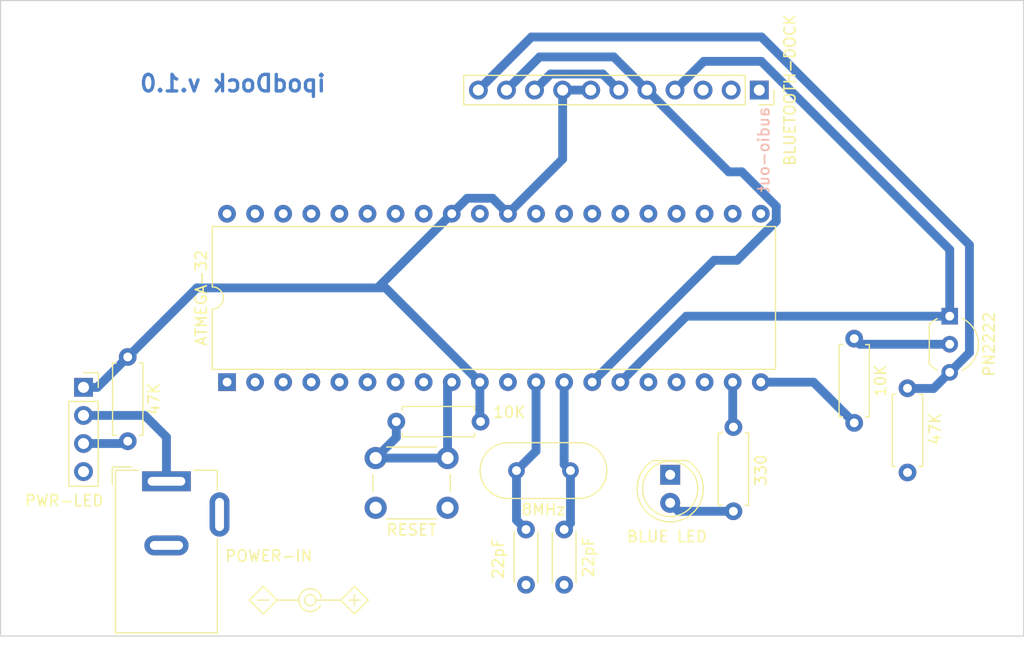
<source format=kicad_pcb>
(kicad_pcb (version 20171130) (host pcbnew 5.1.6)

  (general
    (thickness 1.6)
    (drawings 22)
    (tracks 68)
    (zones 0)
    (modules 19)
    (nets 47)
  )

  (page A4)
  (layers
    (0 F.Cu signal)
    (31 B.Cu signal)
    (32 B.Adhes user)
    (33 F.Adhes user)
    (34 B.Paste user)
    (35 F.Paste user)
    (36 B.SilkS user)
    (37 F.SilkS user)
    (38 B.Mask user)
    (39 F.Mask user)
    (40 Dwgs.User user)
    (41 Cmts.User user)
    (42 Eco1.User user)
    (43 Eco2.User user)
    (44 Edge.Cuts user)
    (45 Margin user)
    (46 B.CrtYd user)
    (47 F.CrtYd user)
    (48 B.Fab user)
    (49 F.Fab user)
  )

  (setup
    (last_trace_width 0.8)
    (user_trace_width 0.8)
    (trace_clearance 0.2)
    (zone_clearance 0.508)
    (zone_45_only no)
    (trace_min 0.2)
    (via_size 0.8)
    (via_drill 0.4)
    (via_min_size 0.4)
    (via_min_drill 0.3)
    (uvia_size 0.3)
    (uvia_drill 0.1)
    (uvias_allowed no)
    (uvia_min_size 0.2)
    (uvia_min_drill 0.1)
    (edge_width 0.05)
    (segment_width 0.2)
    (pcb_text_width 0.3)
    (pcb_text_size 1.5 1.5)
    (mod_edge_width 0.12)
    (mod_text_size 1 1)
    (mod_text_width 0.15)
    (pad_size 1.524 1.524)
    (pad_drill 0.762)
    (pad_to_mask_clearance 0.05)
    (aux_axis_origin 0 0)
    (visible_elements FFFFFF7F)
    (pcbplotparams
      (layerselection 0x010fc_ffffffff)
      (usegerberextensions false)
      (usegerberattributes true)
      (usegerberadvancedattributes true)
      (creategerberjobfile true)
      (excludeedgelayer true)
      (linewidth 0.100000)
      (plotframeref false)
      (viasonmask false)
      (mode 1)
      (useauxorigin false)
      (hpglpennumber 1)
      (hpglpenspeed 20)
      (hpglpendiameter 15.000000)
      (psnegative false)
      (psa4output false)
      (plotreference true)
      (plotvalue true)
      (plotinvisibletext false)
      (padsonsilk false)
      (subtractmaskfromsilk false)
      (outputformat 1)
      (mirror false)
      (drillshape 1)
      (scaleselection 1)
      (outputdirectory ""))
  )

  (net 0 "")
  (net 1 GND)
  (net 2 "Net-(C1-Pad1)")
  (net 3 "Net-(C2-Pad1)")
  (net 4 "Net-(D1-Pad2)")
  (net 5 +5V)
  (net 6 "Net-(R2-Pad2)")
  (net 7 "Net-(U1-Pad40)")
  (net 8 "Net-(U1-Pad39)")
  (net 9 "Net-(U1-Pad38)")
  (net 10 "Net-(U1-Pad18)")
  (net 11 "Net-(U1-Pad37)")
  (net 12 "Net-(U1-Pad17)")
  (net 13 "Net-(U1-Pad36)")
  (net 14 "Net-(U1-Pad16)")
  (net 15 "Net-(U1-Pad35)")
  (net 16 "Net-(U1-Pad34)")
  (net 17 "Net-(U1-Pad33)")
  (net 18 "Net-(U1-Pad29)")
  (net 19 "Net-(U1-Pad28)")
  (net 20 "Net-(U1-Pad8)")
  (net 21 "Net-(U1-Pad27)")
  (net 22 "Net-(U1-Pad7)")
  (net 23 "Net-(U1-Pad26)")
  (net 24 "Net-(U1-Pad6)")
  (net 25 "Net-(U1-Pad25)")
  (net 26 "Net-(U1-Pad5)")
  (net 27 "Net-(U1-Pad24)")
  (net 28 "Net-(U1-Pad4)")
  (net 29 "Net-(U1-Pad23)")
  (net 30 "Net-(U1-Pad3)")
  (net 31 "Net-(U1-Pad22)")
  (net 32 "Net-(U1-Pad2)")
  (net 33 "Net-(U1-Pad21)")
  (net 34 "Net-(U1-Pad1)")
  (net 35 "Net-(Q1-Pad2)")
  (net 36 "Net-(R3-Pad2)")
  (net 37 "Net-(J2-Pad4)")
  (net 38 "Net-(J2-Pad3)")
  (net 39 "Net-(J1-Pad3)")
  (net 40 "Net-(R1-Pad2)")
  (net 41 "Net-(J2-Pad11)")
  (net 42 "Net-(J2-Pad10)")
  (net 43 "Net-(J2-Pad2)")
  (net 44 "Net-(J2-Pad1)")
  (net 45 "Net-(J1-Pad1)")
  (net 46 "Net-(J3-Pad3)")

  (net_class Default "This is the default net class."
    (clearance 0.2)
    (trace_width 0.25)
    (via_dia 0.8)
    (via_drill 0.4)
    (uvia_dia 0.3)
    (uvia_drill 0.1)
    (add_net +5V)
    (add_net GND)
    (add_net "Net-(C1-Pad1)")
    (add_net "Net-(C2-Pad1)")
    (add_net "Net-(D1-Pad2)")
    (add_net "Net-(J1-Pad1)")
    (add_net "Net-(J1-Pad3)")
    (add_net "Net-(J2-Pad1)")
    (add_net "Net-(J2-Pad10)")
    (add_net "Net-(J2-Pad11)")
    (add_net "Net-(J2-Pad2)")
    (add_net "Net-(J2-Pad3)")
    (add_net "Net-(J2-Pad4)")
    (add_net "Net-(J3-Pad3)")
    (add_net "Net-(Q1-Pad2)")
    (add_net "Net-(R1-Pad2)")
    (add_net "Net-(R2-Pad2)")
    (add_net "Net-(R3-Pad2)")
    (add_net "Net-(U1-Pad1)")
    (add_net "Net-(U1-Pad16)")
    (add_net "Net-(U1-Pad17)")
    (add_net "Net-(U1-Pad18)")
    (add_net "Net-(U1-Pad2)")
    (add_net "Net-(U1-Pad21)")
    (add_net "Net-(U1-Pad22)")
    (add_net "Net-(U1-Pad23)")
    (add_net "Net-(U1-Pad24)")
    (add_net "Net-(U1-Pad25)")
    (add_net "Net-(U1-Pad26)")
    (add_net "Net-(U1-Pad27)")
    (add_net "Net-(U1-Pad28)")
    (add_net "Net-(U1-Pad29)")
    (add_net "Net-(U1-Pad3)")
    (add_net "Net-(U1-Pad33)")
    (add_net "Net-(U1-Pad34)")
    (add_net "Net-(U1-Pad35)")
    (add_net "Net-(U1-Pad36)")
    (add_net "Net-(U1-Pad37)")
    (add_net "Net-(U1-Pad38)")
    (add_net "Net-(U1-Pad39)")
    (add_net "Net-(U1-Pad4)")
    (add_net "Net-(U1-Pad40)")
    (add_net "Net-(U1-Pad5)")
    (add_net "Net-(U1-Pad6)")
    (add_net "Net-(U1-Pad7)")
    (add_net "Net-(U1-Pad8)")
  )

  (module Resistor_THT:R_Axial_DIN0207_L6.3mm_D2.5mm_P7.62mm_Horizontal (layer F.Cu) (tedit 5AE5139B) (tstamp 5F795AEC)
    (at 116.5 94.75 270)
    (descr "Resistor, Axial_DIN0207 series, Axial, Horizontal, pin pitch=7.62mm, 0.25W = 1/4W, length*diameter=6.3*2.5mm^2, http://cdn-reichelt.de/documents/datenblatt/B400/1_4W%23YAG.pdf")
    (tags "Resistor Axial_DIN0207 series Axial Horizontal pin pitch 7.62mm 0.25W = 1/4W length 6.3mm diameter 2.5mm")
    (path /5F7B018C)
    (fp_text reference 47K (at 3.81 -2.37 90) (layer F.SilkS)
      (effects (font (size 1 1) (thickness 0.15)))
    )
    (fp_text value 47k (at 3.81 2.37 90) (layer F.Fab)
      (effects (font (size 1 1) (thickness 0.15)))
    )
    (fp_text user %R (at 3.81 0 90) (layer F.Fab)
      (effects (font (size 1 1) (thickness 0.15)))
    )
    (fp_line (start 0.66 -1.25) (end 0.66 1.25) (layer F.Fab) (width 0.1))
    (fp_line (start 0.66 1.25) (end 6.96 1.25) (layer F.Fab) (width 0.1))
    (fp_line (start 6.96 1.25) (end 6.96 -1.25) (layer F.Fab) (width 0.1))
    (fp_line (start 6.96 -1.25) (end 0.66 -1.25) (layer F.Fab) (width 0.1))
    (fp_line (start 0 0) (end 0.66 0) (layer F.Fab) (width 0.1))
    (fp_line (start 7.62 0) (end 6.96 0) (layer F.Fab) (width 0.1))
    (fp_line (start 0.54 -1.04) (end 0.54 -1.37) (layer F.SilkS) (width 0.12))
    (fp_line (start 0.54 -1.37) (end 7.08 -1.37) (layer F.SilkS) (width 0.12))
    (fp_line (start 7.08 -1.37) (end 7.08 -1.04) (layer F.SilkS) (width 0.12))
    (fp_line (start 0.54 1.04) (end 0.54 1.37) (layer F.SilkS) (width 0.12))
    (fp_line (start 0.54 1.37) (end 7.08 1.37) (layer F.SilkS) (width 0.12))
    (fp_line (start 7.08 1.37) (end 7.08 1.04) (layer F.SilkS) (width 0.12))
    (fp_line (start -1.05 -1.5) (end -1.05 1.5) (layer F.CrtYd) (width 0.05))
    (fp_line (start -1.05 1.5) (end 8.67 1.5) (layer F.CrtYd) (width 0.05))
    (fp_line (start 8.67 1.5) (end 8.67 -1.5) (layer F.CrtYd) (width 0.05))
    (fp_line (start 8.67 -1.5) (end -1.05 -1.5) (layer F.CrtYd) (width 0.05))
    (pad 2 thru_hole oval (at 7.62 0 270) (size 1.6 1.6) (drill 0.8) (layers *.Cu *.Mask)
      (net 46 "Net-(J3-Pad3)"))
    (pad 1 thru_hole circle (at 0 0 270) (size 1.6 1.6) (drill 0.8) (layers *.Cu *.Mask)
      (net 5 +5V))
    (model ${KISYS3DMOD}/Resistor_THT.3dshapes/R_Axial_DIN0207_L6.3mm_D2.5mm_P7.62mm_Horizontal.wrl
      (at (xyz 0 0 0))
      (scale (xyz 1 1 1))
      (rotate (xyz 0 0 0))
    )
  )

  (module Connector_PinSocket_2.54mm:PinSocket_1x04_P2.54mm_Vertical (layer F.Cu) (tedit 5A19A429) (tstamp 5F7959FF)
    (at 112.5 97.5)
    (descr "Through hole straight socket strip, 1x04, 2.54mm pitch, single row (from Kicad 4.0.7), script generated")
    (tags "Through hole socket strip THT 1x04 2.54mm single row")
    (path /5F7A8A08)
    (fp_text reference PWR-LED (at -1.75 10.25) (layer F.SilkS)
      (effects (font (size 1 1) (thickness 0.15)))
    )
    (fp_text value POWERLED (at -2.25 -3) (layer F.Fab)
      (effects (font (size 1 1) (thickness 0.15)))
    )
    (fp_text user %R (at 0 3.81 90) (layer F.Fab)
      (effects (font (size 1 1) (thickness 0.15)))
    )
    (fp_line (start -1.27 -1.27) (end 0.635 -1.27) (layer F.Fab) (width 0.1))
    (fp_line (start 0.635 -1.27) (end 1.27 -0.635) (layer F.Fab) (width 0.1))
    (fp_line (start 1.27 -0.635) (end 1.27 8.89) (layer F.Fab) (width 0.1))
    (fp_line (start 1.27 8.89) (end -1.27 8.89) (layer F.Fab) (width 0.1))
    (fp_line (start -1.27 8.89) (end -1.27 -1.27) (layer F.Fab) (width 0.1))
    (fp_line (start -1.33 1.27) (end 1.33 1.27) (layer F.SilkS) (width 0.12))
    (fp_line (start -1.33 1.27) (end -1.33 8.95) (layer F.SilkS) (width 0.12))
    (fp_line (start -1.33 8.95) (end 1.33 8.95) (layer F.SilkS) (width 0.12))
    (fp_line (start 1.33 1.27) (end 1.33 8.95) (layer F.SilkS) (width 0.12))
    (fp_line (start 1.33 -1.33) (end 1.33 0) (layer F.SilkS) (width 0.12))
    (fp_line (start 0 -1.33) (end 1.33 -1.33) (layer F.SilkS) (width 0.12))
    (fp_line (start -1.8 -1.8) (end 1.75 -1.8) (layer F.CrtYd) (width 0.05))
    (fp_line (start 1.75 -1.8) (end 1.75 9.4) (layer F.CrtYd) (width 0.05))
    (fp_line (start 1.75 9.4) (end -1.8 9.4) (layer F.CrtYd) (width 0.05))
    (fp_line (start -1.8 9.4) (end -1.8 -1.8) (layer F.CrtYd) (width 0.05))
    (pad 4 thru_hole oval (at 0 7.62) (size 1.7 1.7) (drill 1) (layers *.Cu *.Mask)
      (net 1 GND))
    (pad 3 thru_hole oval (at 0 5.08) (size 1.7 1.7) (drill 1) (layers *.Cu *.Mask)
      (net 46 "Net-(J3-Pad3)"))
    (pad 2 thru_hole oval (at 0 2.54) (size 1.7 1.7) (drill 1) (layers *.Cu *.Mask)
      (net 45 "Net-(J1-Pad1)"))
    (pad 1 thru_hole rect (at 0 0) (size 1.7 1.7) (drill 1) (layers *.Cu *.Mask)
      (net 5 +5V))
    (model ${KISYS3DMOD}/Connector_PinSocket_2.54mm.3dshapes/PinSocket_1x04_P2.54mm_Vertical.wrl
      (at (xyz 0 0 0))
      (scale (xyz 1 1 1))
      (rotate (xyz 0 0 0))
    )
  )

  (module MountingHole:MountingHole_3.2mm_M3_DIN965 (layer F.Cu) (tedit 56D1B4CB) (tstamp 5F743ED2)
    (at 110 115)
    (descr "Mounting Hole 3.2mm, no annular, M3, DIN965")
    (tags "mounting hole 3.2mm no annular m3 din965")
    (attr virtual)
    (fp_text reference REF** (at 0 -3.8) (layer F.SilkS) hide
      (effects (font (size 1 1) (thickness 0.15)))
    )
    (fp_text value MountingHole_3.2mm_M3_DIN965 (at 0 3.8) (layer F.Fab) hide
      (effects (font (size 1 1) (thickness 0.15)))
    )
    (fp_circle (center 0 0) (end 2.8 0) (layer Cmts.User) (width 0.15))
    (fp_circle (center 0 0) (end 3.05 0) (layer F.CrtYd) (width 0.05))
    (fp_text user %R (at 0.3 0) (layer F.Fab)
      (effects (font (size 1 1) (thickness 0.15)))
    )
    (pad 1 np_thru_hole circle (at 0 0) (size 3.2 3.2) (drill 3.2) (layers *.Cu *.Mask))
  )

  (module Connector_PinSocket_2.54mm:PinSocket_1x11_P2.54mm_Vertical (layer F.Cu) (tedit 5A19A42E) (tstamp 5F7438FC)
    (at 173.6 70.6 270)
    (descr "Through hole straight socket strip, 1x11, 2.54mm pitch, single row (from Kicad 4.0.7), script generated")
    (tags "Through hole socket strip THT 1x11 2.54mm single row")
    (path /5F7724C3)
    (fp_text reference BLUETOOTH-DOCK (at 0 -2.77 90) (layer F.SilkS)
      (effects (font (size 1 1) (thickness 0.15)))
    )
    (fp_text value bluetooth-dock (at 0 28.17 90) (layer F.Fab)
      (effects (font (size 1 1) (thickness 0.15)))
    )
    (fp_line (start -1.8 27.15) (end -1.8 -1.8) (layer F.CrtYd) (width 0.05))
    (fp_line (start 1.75 27.15) (end -1.8 27.15) (layer F.CrtYd) (width 0.05))
    (fp_line (start 1.75 -1.8) (end 1.75 27.15) (layer F.CrtYd) (width 0.05))
    (fp_line (start -1.8 -1.8) (end 1.75 -1.8) (layer F.CrtYd) (width 0.05))
    (fp_line (start 0 -1.33) (end 1.33 -1.33) (layer F.SilkS) (width 0.12))
    (fp_line (start 1.33 -1.33) (end 1.33 0) (layer F.SilkS) (width 0.12))
    (fp_line (start 1.33 1.27) (end 1.33 26.73) (layer F.SilkS) (width 0.12))
    (fp_line (start -1.33 26.73) (end 1.33 26.73) (layer F.SilkS) (width 0.12))
    (fp_line (start -1.33 1.27) (end -1.33 26.73) (layer F.SilkS) (width 0.12))
    (fp_line (start -1.33 1.27) (end 1.33 1.27) (layer F.SilkS) (width 0.12))
    (fp_line (start -1.27 26.67) (end -1.27 -1.27) (layer F.Fab) (width 0.1))
    (fp_line (start 1.27 26.67) (end -1.27 26.67) (layer F.Fab) (width 0.1))
    (fp_line (start 1.27 -0.635) (end 1.27 26.67) (layer F.Fab) (width 0.1))
    (fp_line (start 0.635 -1.27) (end 1.27 -0.635) (layer F.Fab) (width 0.1))
    (fp_line (start -1.27 -1.27) (end 0.635 -1.27) (layer F.Fab) (width 0.1))
    (fp_text user %R (at 0 12.7) (layer F.Fab)
      (effects (font (size 1 1) (thickness 0.15)))
    )
    (pad 11 thru_hole oval (at 0 25.4 270) (size 1.7 1.7) (drill 1) (layers *.Cu *.Mask)
      (net 41 "Net-(J2-Pad11)"))
    (pad 10 thru_hole oval (at 0 22.86 270) (size 1.7 1.7) (drill 1) (layers *.Cu *.Mask)
      (net 42 "Net-(J2-Pad10)"))
    (pad 9 thru_hole oval (at 0 20.32 270) (size 1.7 1.7) (drill 1) (layers *.Cu *.Mask)
      (net 1 GND))
    (pad 8 thru_hole oval (at 0 17.78 270) (size 1.7 1.7) (drill 1) (layers *.Cu *.Mask)
      (net 5 +5V))
    (pad 7 thru_hole oval (at 0 15.24 270) (size 1.7 1.7) (drill 1) (layers *.Cu *.Mask)
      (net 5 +5V))
    (pad 6 thru_hole oval (at 0 12.7 270) (size 1.7 1.7) (drill 1) (layers *.Cu *.Mask)
      (net 1 GND))
    (pad 5 thru_hole oval (at 0 10.16 270) (size 1.7 1.7) (drill 1) (layers *.Cu *.Mask)
      (net 42 "Net-(J2-Pad10)"))
    (pad 4 thru_hole oval (at 0 7.62 270) (size 1.7 1.7) (drill 1) (layers *.Cu *.Mask)
      (net 37 "Net-(J2-Pad4)"))
    (pad 3 thru_hole oval (at 0 5.08 270) (size 1.7 1.7) (drill 1) (layers *.Cu *.Mask)
      (net 38 "Net-(J2-Pad3)"))
    (pad 2 thru_hole oval (at 0 2.54 270) (size 1.7 1.7) (drill 1) (layers *.Cu *.Mask)
      (net 43 "Net-(J2-Pad2)"))
    (pad 1 thru_hole rect (at 0 0 270) (size 1.7 1.7) (drill 1) (layers *.Cu *.Mask)
      (net 44 "Net-(J2-Pad1)"))
    (model ${KISYS3DMOD}/Connector_PinSocket_2.54mm.3dshapes/PinSocket_1x11_P2.54mm_Vertical.wrl
      (at (xyz 0 0 0))
      (scale (xyz 1 1 1))
      (rotate (xyz 0 0 0))
    )
  )

  (module MountingHole:MountingHole_3.2mm_M3_DIN965 (layer F.Cu) (tedit 56D1B4CB) (tstamp 5F7195CA)
    (at 192.5 115)
    (descr "Mounting Hole 3.2mm, no annular, M3, DIN965")
    (tags "mounting hole 3.2mm no annular m3 din965")
    (attr virtual)
    (fp_text reference REF** (at 0 -3.8) (layer F.SilkS) hide
      (effects (font (size 1 1) (thickness 0.15)))
    )
    (fp_text value MountingHole_3.2mm_M3_DIN965 (at 0 3.8) (layer F.Fab) hide
      (effects (font (size 1 1) (thickness 0.15)))
    )
    (fp_circle (center 0 0) (end 2.8 0) (layer Cmts.User) (width 0.15))
    (fp_circle (center 0 0) (end 3.05 0) (layer F.CrtYd) (width 0.05))
    (fp_text user %R (at 0.3 0) (layer F.Fab)
      (effects (font (size 1 1) (thickness 0.15)))
    )
    (pad 1 np_thru_hole circle (at 0 0) (size 3.2 3.2) (drill 3.2) (layers *.Cu *.Mask))
  )

  (module MountingHole:MountingHole_3.2mm_M3_DIN965 (layer F.Cu) (tedit 56D1B4CB) (tstamp 5F7195CA)
    (at 192.5 67.5)
    (descr "Mounting Hole 3.2mm, no annular, M3, DIN965")
    (tags "mounting hole 3.2mm no annular m3 din965")
    (attr virtual)
    (fp_text reference REF** (at 0 -3.8) (layer F.SilkS) hide
      (effects (font (size 1 1) (thickness 0.15)))
    )
    (fp_text value MountingHole_3.2mm_M3_DIN965 (at 0 3.8) (layer F.Fab) hide
      (effects (font (size 1 1) (thickness 0.15)))
    )
    (fp_circle (center 0 0) (end 2.8 0) (layer Cmts.User) (width 0.15))
    (fp_circle (center 0 0) (end 3.05 0) (layer F.CrtYd) (width 0.05))
    (fp_text user %R (at 0.1905 -2.286) (layer F.Fab)
      (effects (font (size 1 1) (thickness 0.15)))
    )
    (pad 1 np_thru_hole circle (at 0 0) (size 3.2 3.2) (drill 3.2) (layers *.Cu *.Mask))
  )

  (module MountingHole:MountingHole_3.2mm_M3_DIN965 (layer F.Cu) (tedit 56D1B4CB) (tstamp 5F743DFD)
    (at 110 67.5)
    (descr "Mounting Hole 3.2mm, no annular, M3, DIN965")
    (tags "mounting hole 3.2mm no annular m3 din965")
    (attr virtual)
    (fp_text reference REF** (at 0 -3.8) (layer F.SilkS) hide
      (effects (font (size 1 1) (thickness 0.15)))
    )
    (fp_text value MountingHole_3.2mm_M3_DIN965 (at 0 3.8) (layer F.Fab) hide
      (effects (font (size 1 1) (thickness 0.15)))
    )
    (fp_circle (center 0 0) (end 2.8 0) (layer Cmts.User) (width 0.15))
    (fp_circle (center 0 0) (end 3.05 0) (layer F.CrtYd) (width 0.05))
    (fp_text user %R (at 0.3 0) (layer F.Fab)
      (effects (font (size 1 1) (thickness 0.15)))
    )
    (pad 1 np_thru_hole circle (at 0 0) (size 3.2 3.2) (drill 3.2) (layers *.Cu *.Mask))
  )

  (module Connector_BarrelJack:BarrelJack_Wuerth_6941xx301002 (layer F.Cu) (tedit 5B191DE1) (tstamp 5F743F21)
    (at 120 106)
    (descr "Wuerth electronics barrel jack connector (5.5mm outher diameter, inner diameter 2.05mm or 2.55mm depending on exact order number), See: http://katalog.we-online.de/em/datasheet/6941xx301002.pdf")
    (tags "connector barrel jack")
    (path /5F71BADE)
    (fp_text reference POWER-IN (at 9.25 6.75) (layer F.SilkS)
      (effects (font (size 1 1) (thickness 0.15)))
    )
    (fp_text value Barrel_Jack_Switch (at 0 15.5) (layer F.Fab)
      (effects (font (size 1 1) (thickness 0.15)))
    )
    (fp_line (start 5 14.1) (end 5 5.5) (layer F.CrtYd) (width 0.05))
    (fp_line (start 4.6 5.2) (end 4.6 13.7) (layer F.SilkS) (width 0.12))
    (fp_line (start -4.5 0.1) (end -3.5 -0.9) (layer F.Fab) (width 0.1))
    (fp_line (start 4.5 -0.9) (end -3.5 -0.9) (layer F.Fab) (width 0.1))
    (fp_line (start 4.5 -0.9) (end 4.5 13.6) (layer F.Fab) (width 0.1))
    (fp_line (start 4.5 13.6) (end -4.5 13.6) (layer F.Fab) (width 0.1))
    (fp_line (start -4.5 13.6) (end -4.5 0.1) (layer F.Fab) (width 0.1))
    (fp_line (start 4.6 13.7) (end -4.6 13.7) (layer F.SilkS) (width 0.12))
    (fp_line (start -4.6 13.7) (end -4.6 -1) (layer F.SilkS) (width 0.12))
    (fp_line (start 2.5 -1) (end 4.6 -1) (layer F.SilkS) (width 0.12))
    (fp_line (start 4.6 -1) (end 4.6 0.8) (layer F.SilkS) (width 0.12))
    (fp_line (start -3.2 -1.3) (end -4.9 -1.3) (layer F.SilkS) (width 0.12))
    (fp_line (start -4.9 -1.3) (end -4.9 0.3) (layer F.SilkS) (width 0.12))
    (fp_line (start 5 -1.4) (end -5 -1.4) (layer F.CrtYd) (width 0.05))
    (fp_line (start -5 -1.4) (end -5 14.1) (layer F.CrtYd) (width 0.05))
    (fp_line (start -5 14.1) (end 5 14.1) (layer F.CrtYd) (width 0.05))
    (fp_line (start 5 0.5) (end 5 -1.4) (layer F.CrtYd) (width 0.05))
    (fp_line (start 6.2 0.5) (end 6.2 5.5) (layer F.CrtYd) (width 0.05))
    (fp_line (start 6.2 5.5) (end 5 5.5) (layer F.CrtYd) (width 0.05))
    (fp_line (start 6.2 0.5) (end 5 0.5) (layer F.CrtYd) (width 0.05))
    (fp_line (start -4.6 -1) (end -2.5 -1) (layer F.SilkS) (width 0.12))
    (fp_text user %R (at 0 7.5) (layer F.Fab)
      (effects (font (size 1 1) (thickness 0.15)))
    )
    (pad 1 thru_hole rect (at 0 0) (size 4.4 1.8) (drill oval 3.4 0.8) (layers *.Cu *.Mask)
      (net 45 "Net-(J1-Pad1)"))
    (pad 2 thru_hole oval (at 0 5.8) (size 4 1.8) (drill oval 3 0.8) (layers *.Cu *.Mask)
      (net 1 GND))
    (pad 3 thru_hole oval (at 4.8 3 90) (size 4 1.8) (drill oval 3 0.8) (layers *.Cu *.Mask)
      (net 39 "Net-(J1-Pad3)"))
    (model ${KISYS3DMOD}/Connector_BarrelJack.3dshapes/BarrelJack_Wuerth_6941xx301002.wrl
      (at (xyz 0 0 0))
      (scale (xyz 1 1 1))
      (rotate (xyz 0 0 0))
    )
  )

  (module Crystal:Crystal_HC49-4H_Vertical (layer F.Cu) (tedit 5A1AD3B7) (tstamp 5F7969B9)
    (at 156.5275 105.029 180)
    (descr "Crystal THT HC-49-4H http://5hertz.com/pdfs/04404_D.pdf")
    (tags "THT crystalHC-49-4H")
    (path /5F68DC39)
    (fp_text reference 8MHz (at 2.44 -3.525) (layer F.SilkS)
      (effects (font (size 1 1) (thickness 0.15)))
    )
    (fp_text value 8mhz (at 2.44 3.525) (layer F.Fab)
      (effects (font (size 1 1) (thickness 0.15)))
    )
    (fp_line (start 8.5 -2.8) (end -3.6 -2.8) (layer F.CrtYd) (width 0.05))
    (fp_line (start 8.5 2.8) (end 8.5 -2.8) (layer F.CrtYd) (width 0.05))
    (fp_line (start -3.6 2.8) (end 8.5 2.8) (layer F.CrtYd) (width 0.05))
    (fp_line (start -3.6 -2.8) (end -3.6 2.8) (layer F.CrtYd) (width 0.05))
    (fp_line (start -0.76 2.525) (end 5.64 2.525) (layer F.SilkS) (width 0.12))
    (fp_line (start -0.76 -2.525) (end 5.64 -2.525) (layer F.SilkS) (width 0.12))
    (fp_line (start -0.56 2) (end 5.44 2) (layer F.Fab) (width 0.1))
    (fp_line (start -0.56 -2) (end 5.44 -2) (layer F.Fab) (width 0.1))
    (fp_line (start -0.76 2.325) (end 5.64 2.325) (layer F.Fab) (width 0.1))
    (fp_line (start -0.76 -2.325) (end 5.64 -2.325) (layer F.Fab) (width 0.1))
    (fp_arc (start 5.64 0) (end 5.64 -2.525) (angle 180) (layer F.SilkS) (width 0.12))
    (fp_arc (start -0.76 0) (end -0.76 -2.525) (angle -180) (layer F.SilkS) (width 0.12))
    (fp_arc (start 5.44 0) (end 5.44 -2) (angle 180) (layer F.Fab) (width 0.1))
    (fp_arc (start -0.56 0) (end -0.56 -2) (angle -180) (layer F.Fab) (width 0.1))
    (fp_arc (start 5.64 0) (end 5.64 -2.325) (angle 180) (layer F.Fab) (width 0.1))
    (fp_arc (start -0.76 0) (end -0.76 -2.325) (angle -180) (layer F.Fab) (width 0.1))
    (fp_text user %R (at 2.44 0) (layer F.Fab)
      (effects (font (size 1 1) (thickness 0.15)))
    )
    (pad 2 thru_hole circle (at 4.88 0 180) (size 1.5 1.5) (drill 0.8) (layers *.Cu *.Mask)
      (net 3 "Net-(C2-Pad1)"))
    (pad 1 thru_hole circle (at 0 0 180) (size 1.5 1.5) (drill 0.8) (layers *.Cu *.Mask)
      (net 2 "Net-(C1-Pad1)"))
    (model ${KISYS3DMOD}/Crystal.3dshapes/Crystal_HC49-4H_Vertical.wrl
      (at (xyz 0 0 0))
      (scale (xyz 1 1 1))
      (rotate (xyz 0 0 0))
    )
  )

  (module Package_DIP:DIP-40_W15.24mm (layer F.Cu) (tedit 5A02E8C5) (tstamp 5F796C2E)
    (at 125.476 97.028 90)
    (descr "40-lead though-hole mounted DIP package, row spacing 15.24 mm (600 mils)")
    (tags "THT DIP DIL PDIP 2.54mm 15.24mm 600mil")
    (path /5F689DE7)
    (fp_text reference ATMEGA-32 (at 7.62 -2.33 90) (layer F.SilkS)
      (effects (font (size 1 1) (thickness 0.15)))
    )
    (fp_text value ATmega32A-PU (at 7.62 50.59 90) (layer F.Fab)
      (effects (font (size 1 1) (thickness 0.15)))
    )
    (fp_line (start 16.3 -1.55) (end -1.05 -1.55) (layer F.CrtYd) (width 0.05))
    (fp_line (start 16.3 49.8) (end 16.3 -1.55) (layer F.CrtYd) (width 0.05))
    (fp_line (start -1.05 49.8) (end 16.3 49.8) (layer F.CrtYd) (width 0.05))
    (fp_line (start -1.05 -1.55) (end -1.05 49.8) (layer F.CrtYd) (width 0.05))
    (fp_line (start 14.08 -1.33) (end 8.62 -1.33) (layer F.SilkS) (width 0.12))
    (fp_line (start 14.08 49.59) (end 14.08 -1.33) (layer F.SilkS) (width 0.12))
    (fp_line (start 1.16 49.59) (end 14.08 49.59) (layer F.SilkS) (width 0.12))
    (fp_line (start 1.16 -1.33) (end 1.16 49.59) (layer F.SilkS) (width 0.12))
    (fp_line (start 6.62 -1.33) (end 1.16 -1.33) (layer F.SilkS) (width 0.12))
    (fp_line (start 0.255 -0.27) (end 1.255 -1.27) (layer F.Fab) (width 0.1))
    (fp_line (start 0.255 49.53) (end 0.255 -0.27) (layer F.Fab) (width 0.1))
    (fp_line (start 14.985 49.53) (end 0.255 49.53) (layer F.Fab) (width 0.1))
    (fp_line (start 14.985 -1.27) (end 14.985 49.53) (layer F.Fab) (width 0.1))
    (fp_line (start 1.255 -1.27) (end 14.985 -1.27) (layer F.Fab) (width 0.1))
    (fp_text user %R (at 7.62 24.13 90) (layer F.Fab)
      (effects (font (size 1 1) (thickness 0.15)))
    )
    (fp_arc (start 7.62 -1.33) (end 6.62 -1.33) (angle -180) (layer F.SilkS) (width 0.12))
    (pad 40 thru_hole oval (at 15.24 0 90) (size 1.6 1.6) (drill 0.8) (layers *.Cu *.Mask)
      (net 7 "Net-(U1-Pad40)"))
    (pad 20 thru_hole oval (at 0 48.26 90) (size 1.6 1.6) (drill 0.8) (layers *.Cu *.Mask)
      (net 36 "Net-(R3-Pad2)"))
    (pad 39 thru_hole oval (at 15.24 2.54 90) (size 1.6 1.6) (drill 0.8) (layers *.Cu *.Mask)
      (net 8 "Net-(U1-Pad39)"))
    (pad 19 thru_hole oval (at 0 45.72 90) (size 1.6 1.6) (drill 0.8) (layers *.Cu *.Mask)
      (net 6 "Net-(R2-Pad2)"))
    (pad 38 thru_hole oval (at 15.24 5.08 90) (size 1.6 1.6) (drill 0.8) (layers *.Cu *.Mask)
      (net 9 "Net-(U1-Pad38)"))
    (pad 18 thru_hole oval (at 0 43.18 90) (size 1.6 1.6) (drill 0.8) (layers *.Cu *.Mask)
      (net 10 "Net-(U1-Pad18)"))
    (pad 37 thru_hole oval (at 15.24 7.62 90) (size 1.6 1.6) (drill 0.8) (layers *.Cu *.Mask)
      (net 11 "Net-(U1-Pad37)"))
    (pad 17 thru_hole oval (at 0 40.64 90) (size 1.6 1.6) (drill 0.8) (layers *.Cu *.Mask)
      (net 12 "Net-(U1-Pad17)"))
    (pad 36 thru_hole oval (at 15.24 10.16 90) (size 1.6 1.6) (drill 0.8) (layers *.Cu *.Mask)
      (net 13 "Net-(U1-Pad36)"))
    (pad 16 thru_hole oval (at 0 38.1 90) (size 1.6 1.6) (drill 0.8) (layers *.Cu *.Mask)
      (net 14 "Net-(U1-Pad16)"))
    (pad 35 thru_hole oval (at 15.24 12.7 90) (size 1.6 1.6) (drill 0.8) (layers *.Cu *.Mask)
      (net 15 "Net-(U1-Pad35)"))
    (pad 15 thru_hole oval (at 0 35.56 90) (size 1.6 1.6) (drill 0.8) (layers *.Cu *.Mask)
      (net 37 "Net-(J2-Pad4)"))
    (pad 34 thru_hole oval (at 15.24 15.24 90) (size 1.6 1.6) (drill 0.8) (layers *.Cu *.Mask)
      (net 16 "Net-(U1-Pad34)"))
    (pad 14 thru_hole oval (at 0 33.02 90) (size 1.6 1.6) (drill 0.8) (layers *.Cu *.Mask)
      (net 42 "Net-(J2-Pad10)"))
    (pad 33 thru_hole oval (at 15.24 17.78 90) (size 1.6 1.6) (drill 0.8) (layers *.Cu *.Mask)
      (net 17 "Net-(U1-Pad33)"))
    (pad 13 thru_hole oval (at 0 30.48 90) (size 1.6 1.6) (drill 0.8) (layers *.Cu *.Mask)
      (net 2 "Net-(C1-Pad1)"))
    (pad 32 thru_hole oval (at 15.24 20.32 90) (size 1.6 1.6) (drill 0.8) (layers *.Cu *.Mask)
      (net 5 +5V))
    (pad 12 thru_hole oval (at 0 27.94 90) (size 1.6 1.6) (drill 0.8) (layers *.Cu *.Mask)
      (net 3 "Net-(C2-Pad1)"))
    (pad 31 thru_hole oval (at 15.24 22.86 90) (size 1.6 1.6) (drill 0.8) (layers *.Cu *.Mask)
      (net 1 GND))
    (pad 11 thru_hole oval (at 0 25.4 90) (size 1.6 1.6) (drill 0.8) (layers *.Cu *.Mask)
      (net 1 GND))
    (pad 30 thru_hole oval (at 15.24 25.4 90) (size 1.6 1.6) (drill 0.8) (layers *.Cu *.Mask)
      (net 5 +5V))
    (pad 10 thru_hole oval (at 0 22.86 90) (size 1.6 1.6) (drill 0.8) (layers *.Cu *.Mask)
      (net 5 +5V))
    (pad 29 thru_hole oval (at 15.24 27.94 90) (size 1.6 1.6) (drill 0.8) (layers *.Cu *.Mask)
      (net 18 "Net-(U1-Pad29)"))
    (pad 9 thru_hole oval (at 0 20.32 90) (size 1.6 1.6) (drill 0.8) (layers *.Cu *.Mask)
      (net 40 "Net-(R1-Pad2)"))
    (pad 28 thru_hole oval (at 15.24 30.48 90) (size 1.6 1.6) (drill 0.8) (layers *.Cu *.Mask)
      (net 19 "Net-(U1-Pad28)"))
    (pad 8 thru_hole oval (at 0 17.78 90) (size 1.6 1.6) (drill 0.8) (layers *.Cu *.Mask)
      (net 20 "Net-(U1-Pad8)"))
    (pad 27 thru_hole oval (at 15.24 33.02 90) (size 1.6 1.6) (drill 0.8) (layers *.Cu *.Mask)
      (net 21 "Net-(U1-Pad27)"))
    (pad 7 thru_hole oval (at 0 15.24 90) (size 1.6 1.6) (drill 0.8) (layers *.Cu *.Mask)
      (net 22 "Net-(U1-Pad7)"))
    (pad 26 thru_hole oval (at 15.24 35.56 90) (size 1.6 1.6) (drill 0.8) (layers *.Cu *.Mask)
      (net 23 "Net-(U1-Pad26)"))
    (pad 6 thru_hole oval (at 0 12.7 90) (size 1.6 1.6) (drill 0.8) (layers *.Cu *.Mask)
      (net 24 "Net-(U1-Pad6)"))
    (pad 25 thru_hole oval (at 15.24 38.1 90) (size 1.6 1.6) (drill 0.8) (layers *.Cu *.Mask)
      (net 25 "Net-(U1-Pad25)"))
    (pad 5 thru_hole oval (at 0 10.16 90) (size 1.6 1.6) (drill 0.8) (layers *.Cu *.Mask)
      (net 26 "Net-(U1-Pad5)"))
    (pad 24 thru_hole oval (at 15.24 40.64 90) (size 1.6 1.6) (drill 0.8) (layers *.Cu *.Mask)
      (net 27 "Net-(U1-Pad24)"))
    (pad 4 thru_hole oval (at 0 7.62 90) (size 1.6 1.6) (drill 0.8) (layers *.Cu *.Mask)
      (net 28 "Net-(U1-Pad4)"))
    (pad 23 thru_hole oval (at 15.24 43.18 90) (size 1.6 1.6) (drill 0.8) (layers *.Cu *.Mask)
      (net 29 "Net-(U1-Pad23)"))
    (pad 3 thru_hole oval (at 0 5.08 90) (size 1.6 1.6) (drill 0.8) (layers *.Cu *.Mask)
      (net 30 "Net-(U1-Pad3)"))
    (pad 22 thru_hole oval (at 15.24 45.72 90) (size 1.6 1.6) (drill 0.8) (layers *.Cu *.Mask)
      (net 31 "Net-(U1-Pad22)"))
    (pad 2 thru_hole oval (at 0 2.54 90) (size 1.6 1.6) (drill 0.8) (layers *.Cu *.Mask)
      (net 32 "Net-(U1-Pad2)"))
    (pad 21 thru_hole oval (at 15.24 48.26 90) (size 1.6 1.6) (drill 0.8) (layers *.Cu *.Mask)
      (net 33 "Net-(U1-Pad21)"))
    (pad 1 thru_hole rect (at 0 0 90) (size 1.6 1.6) (drill 0.8) (layers *.Cu *.Mask)
      (net 34 "Net-(U1-Pad1)"))
    (model ${KISYS3DMOD}/Package_DIP.3dshapes/DIP-40_W15.24mm.wrl
      (at (xyz 0 0 0))
      (scale (xyz 1 1 1))
      (rotate (xyz 0 0 0))
    )
  )

  (module Button_Switch_THT:SW_PUSH_6mm (layer F.Cu) (tedit 5A02FE31) (tstamp 5F7179E2)
    (at 145.415 108.3945 180)
    (descr https://www.omron.com/ecb/products/pdf/en-b3f.pdf)
    (tags "tact sw push 6mm")
    (path /5F6B90BD)
    (fp_text reference RESET (at 3.25 -2) (layer F.SilkS)
      (effects (font (size 1 1) (thickness 0.15)))
    )
    (fp_text value Reset (at 3.75 6.7) (layer F.Fab)
      (effects (font (size 1 1) (thickness 0.15)))
    )
    (fp_circle (center 3.25 2.25) (end 1.25 2.5) (layer F.Fab) (width 0.1))
    (fp_line (start 6.75 3) (end 6.75 1.5) (layer F.SilkS) (width 0.12))
    (fp_line (start 5.5 -1) (end 1 -1) (layer F.SilkS) (width 0.12))
    (fp_line (start -0.25 1.5) (end -0.25 3) (layer F.SilkS) (width 0.12))
    (fp_line (start 1 5.5) (end 5.5 5.5) (layer F.SilkS) (width 0.12))
    (fp_line (start 8 -1.25) (end 8 5.75) (layer F.CrtYd) (width 0.05))
    (fp_line (start 7.75 6) (end -1.25 6) (layer F.CrtYd) (width 0.05))
    (fp_line (start -1.5 5.75) (end -1.5 -1.25) (layer F.CrtYd) (width 0.05))
    (fp_line (start -1.25 -1.5) (end 7.75 -1.5) (layer F.CrtYd) (width 0.05))
    (fp_line (start -1.5 6) (end -1.25 6) (layer F.CrtYd) (width 0.05))
    (fp_line (start -1.5 5.75) (end -1.5 6) (layer F.CrtYd) (width 0.05))
    (fp_line (start -1.5 -1.5) (end -1.25 -1.5) (layer F.CrtYd) (width 0.05))
    (fp_line (start -1.5 -1.25) (end -1.5 -1.5) (layer F.CrtYd) (width 0.05))
    (fp_line (start 8 -1.5) (end 8 -1.25) (layer F.CrtYd) (width 0.05))
    (fp_line (start 7.75 -1.5) (end 8 -1.5) (layer F.CrtYd) (width 0.05))
    (fp_line (start 8 6) (end 8 5.75) (layer F.CrtYd) (width 0.05))
    (fp_line (start 7.75 6) (end 8 6) (layer F.CrtYd) (width 0.05))
    (fp_line (start 0.25 -0.75) (end 3.25 -0.75) (layer F.Fab) (width 0.1))
    (fp_line (start 0.25 5.25) (end 0.25 -0.75) (layer F.Fab) (width 0.1))
    (fp_line (start 6.25 5.25) (end 0.25 5.25) (layer F.Fab) (width 0.1))
    (fp_line (start 6.25 -0.75) (end 6.25 5.25) (layer F.Fab) (width 0.1))
    (fp_line (start 3.25 -0.75) (end 6.25 -0.75) (layer F.Fab) (width 0.1))
    (fp_text user %R (at 3.25 2.25) (layer F.Fab)
      (effects (font (size 1 1) (thickness 0.15)))
    )
    (pad 1 thru_hole circle (at 6.5 0 270) (size 2 2) (drill 1.1) (layers *.Cu *.Mask)
      (net 1 GND))
    (pad 2 thru_hole circle (at 6.5 4.5 270) (size 2 2) (drill 1.1) (layers *.Cu *.Mask)
      (net 40 "Net-(R1-Pad2)"))
    (pad 1 thru_hole circle (at 0 0 270) (size 2 2) (drill 1.1) (layers *.Cu *.Mask)
      (net 1 GND))
    (pad 2 thru_hole circle (at 0 4.5 270) (size 2 2) (drill 1.1) (layers *.Cu *.Mask)
      (net 40 "Net-(R1-Pad2)"))
    (model ${KISYS3DMOD}/Button_Switch_THT.3dshapes/SW_PUSH_6mm.wrl
      (at (xyz 0 0 0))
      (scale (xyz 1 1 1))
      (rotate (xyz 0 0 0))
    )
  )

  (module Resistor_THT:R_Axial_DIN0207_L6.3mm_D2.5mm_P7.62mm_Horizontal (layer F.Cu) (tedit 5AE5139B) (tstamp 5F7179C3)
    (at 187 105.2 90)
    (descr "Resistor, Axial_DIN0207 series, Axial, Horizontal, pin pitch=7.62mm, 0.25W = 1/4W, length*diameter=6.3*2.5mm^2, http://cdn-reichelt.de/documents/datenblatt/B400/1_4W%23YAG.pdf")
    (tags "Resistor Axial_DIN0207 series Axial Horizontal pin pitch 7.62mm 0.25W = 1/4W length 6.3mm diameter 2.5mm")
    (path /5F6C7226)
    (fp_text reference 47K (at 3.95 2.5 90) (layer F.SilkS)
      (effects (font (size 1 1) (thickness 0.15)))
    )
    (fp_text value 47k (at 3.7 -2.25 90) (layer F.Fab)
      (effects (font (size 1 1) (thickness 0.15)))
    )
    (fp_line (start 8.67 -1.5) (end -1.05 -1.5) (layer F.CrtYd) (width 0.05))
    (fp_line (start 8.67 1.5) (end 8.67 -1.5) (layer F.CrtYd) (width 0.05))
    (fp_line (start -1.05 1.5) (end 8.67 1.5) (layer F.CrtYd) (width 0.05))
    (fp_line (start -1.05 -1.5) (end -1.05 1.5) (layer F.CrtYd) (width 0.05))
    (fp_line (start 7.08 1.37) (end 7.08 1.04) (layer F.SilkS) (width 0.12))
    (fp_line (start 0.54 1.37) (end 7.08 1.37) (layer F.SilkS) (width 0.12))
    (fp_line (start 0.54 1.04) (end 0.54 1.37) (layer F.SilkS) (width 0.12))
    (fp_line (start 7.08 -1.37) (end 7.08 -1.04) (layer F.SilkS) (width 0.12))
    (fp_line (start 0.54 -1.37) (end 7.08 -1.37) (layer F.SilkS) (width 0.12))
    (fp_line (start 0.54 -1.04) (end 0.54 -1.37) (layer F.SilkS) (width 0.12))
    (fp_line (start 7.62 0) (end 6.96 0) (layer F.Fab) (width 0.1))
    (fp_line (start 0 0) (end 0.66 0) (layer F.Fab) (width 0.1))
    (fp_line (start 6.96 -1.25) (end 0.66 -1.25) (layer F.Fab) (width 0.1))
    (fp_line (start 6.96 1.25) (end 6.96 -1.25) (layer F.Fab) (width 0.1))
    (fp_line (start 0.66 1.25) (end 6.96 1.25) (layer F.Fab) (width 0.1))
    (fp_line (start 0.66 -1.25) (end 0.66 1.25) (layer F.Fab) (width 0.1))
    (fp_text user %R (at 3.81 0 90) (layer F.Fab)
      (effects (font (size 1 1) (thickness 0.15)))
    )
    (pad 2 thru_hole oval (at 7.62 0 90) (size 1.6 1.6) (drill 0.8) (layers *.Cu *.Mask)
      (net 41 "Net-(J2-Pad11)"))
    (pad 1 thru_hole circle (at 0 0 90) (size 1.6 1.6) (drill 0.8) (layers *.Cu *.Mask)
      (net 1 GND))
    (model ${KISYS3DMOD}/Resistor_THT.3dshapes/R_Axial_DIN0207_L6.3mm_D2.5mm_P7.62mm_Horizontal.wrl
      (at (xyz 0 0 0))
      (scale (xyz 1 1 1))
      (rotate (xyz 0 0 0))
    )
  )

  (module Resistor_THT:R_Axial_DIN0207_L6.3mm_D2.5mm_P7.62mm_Horizontal (layer F.Cu) (tedit 5AE5139B) (tstamp 5F796CE8)
    (at 182.1815 93.091 270)
    (descr "Resistor, Axial_DIN0207 series, Axial, Horizontal, pin pitch=7.62mm, 0.25W = 1/4W, length*diameter=6.3*2.5mm^2, http://cdn-reichelt.de/documents/datenblatt/B400/1_4W%23YAG.pdf")
    (tags "Resistor Axial_DIN0207 series Axial Horizontal pin pitch 7.62mm 0.25W = 1/4W length 6.3mm diameter 2.5mm")
    (path /5F6C5340)
    (fp_text reference 10K (at 3.81 -2.37 90) (layer F.SilkS)
      (effects (font (size 1 1) (thickness 0.15)))
    )
    (fp_text value 10k (at 3.81 2.37 90) (layer F.Fab)
      (effects (font (size 1 1) (thickness 0.15)))
    )
    (fp_line (start 8.67 -1.5) (end -1.05 -1.5) (layer F.CrtYd) (width 0.05))
    (fp_line (start 8.67 1.5) (end 8.67 -1.5) (layer F.CrtYd) (width 0.05))
    (fp_line (start -1.05 1.5) (end 8.67 1.5) (layer F.CrtYd) (width 0.05))
    (fp_line (start -1.05 -1.5) (end -1.05 1.5) (layer F.CrtYd) (width 0.05))
    (fp_line (start 7.08 1.37) (end 7.08 1.04) (layer F.SilkS) (width 0.12))
    (fp_line (start 0.54 1.37) (end 7.08 1.37) (layer F.SilkS) (width 0.12))
    (fp_line (start 0.54 1.04) (end 0.54 1.37) (layer F.SilkS) (width 0.12))
    (fp_line (start 7.08 -1.37) (end 7.08 -1.04) (layer F.SilkS) (width 0.12))
    (fp_line (start 0.54 -1.37) (end 7.08 -1.37) (layer F.SilkS) (width 0.12))
    (fp_line (start 0.54 -1.04) (end 0.54 -1.37) (layer F.SilkS) (width 0.12))
    (fp_line (start 7.62 0) (end 6.96 0) (layer F.Fab) (width 0.1))
    (fp_line (start 0 0) (end 0.66 0) (layer F.Fab) (width 0.1))
    (fp_line (start 6.96 -1.25) (end 0.66 -1.25) (layer F.Fab) (width 0.1))
    (fp_line (start 6.96 1.25) (end 6.96 -1.25) (layer F.Fab) (width 0.1))
    (fp_line (start 0.66 1.25) (end 6.96 1.25) (layer F.Fab) (width 0.1))
    (fp_line (start 0.66 -1.25) (end 0.66 1.25) (layer F.Fab) (width 0.1))
    (fp_text user %R (at 3.81 0 90) (layer F.Fab)
      (effects (font (size 1 1) (thickness 0.15)))
    )
    (pad 2 thru_hole oval (at 7.62 0 270) (size 1.6 1.6) (drill 0.8) (layers *.Cu *.Mask)
      (net 36 "Net-(R3-Pad2)"))
    (pad 1 thru_hole circle (at 0 0 270) (size 1.6 1.6) (drill 0.8) (layers *.Cu *.Mask)
      (net 35 "Net-(Q1-Pad2)"))
    (model ${KISYS3DMOD}/Resistor_THT.3dshapes/R_Axial_DIN0207_L6.3mm_D2.5mm_P7.62mm_Horizontal.wrl
      (at (xyz 0 0 0))
      (scale (xyz 1 1 1))
      (rotate (xyz 0 0 0))
    )
  )

  (module Resistor_THT:R_Axial_DIN0207_L6.3mm_D2.5mm_P7.62mm_Horizontal (layer F.Cu) (tedit 5AE5139B) (tstamp 5F717995)
    (at 171.2595 108.712 90)
    (descr "Resistor, Axial_DIN0207 series, Axial, Horizontal, pin pitch=7.62mm, 0.25W = 1/4W, length*diameter=6.3*2.5mm^2, http://cdn-reichelt.de/documents/datenblatt/B400/1_4W%23YAG.pdf")
    (tags "Resistor Axial_DIN0207 series Axial Horizontal pin pitch 7.62mm 0.25W = 1/4W length 6.3mm diameter 2.5mm")
    (path /5F68EBD7)
    (fp_text reference 330 (at 3.712 2.4905 90) (layer F.SilkS)
      (effects (font (size 1 1) (thickness 0.15)))
    )
    (fp_text value 330 (at 4.462 -2.2595 90) (layer F.Fab)
      (effects (font (size 1 1) (thickness 0.15)))
    )
    (fp_line (start 8.67 -1.5) (end -1.05 -1.5) (layer F.CrtYd) (width 0.05))
    (fp_line (start 8.67 1.5) (end 8.67 -1.5) (layer F.CrtYd) (width 0.05))
    (fp_line (start -1.05 1.5) (end 8.67 1.5) (layer F.CrtYd) (width 0.05))
    (fp_line (start -1.05 -1.5) (end -1.05 1.5) (layer F.CrtYd) (width 0.05))
    (fp_line (start 7.08 1.37) (end 7.08 1.04) (layer F.SilkS) (width 0.12))
    (fp_line (start 0.54 1.37) (end 7.08 1.37) (layer F.SilkS) (width 0.12))
    (fp_line (start 0.54 1.04) (end 0.54 1.37) (layer F.SilkS) (width 0.12))
    (fp_line (start 7.08 -1.37) (end 7.08 -1.04) (layer F.SilkS) (width 0.12))
    (fp_line (start 0.54 -1.37) (end 7.08 -1.37) (layer F.SilkS) (width 0.12))
    (fp_line (start 0.54 -1.04) (end 0.54 -1.37) (layer F.SilkS) (width 0.12))
    (fp_line (start 7.62 0) (end 6.96 0) (layer F.Fab) (width 0.1))
    (fp_line (start 0 0) (end 0.66 0) (layer F.Fab) (width 0.1))
    (fp_line (start 6.96 -1.25) (end 0.66 -1.25) (layer F.Fab) (width 0.1))
    (fp_line (start 6.96 1.25) (end 6.96 -1.25) (layer F.Fab) (width 0.1))
    (fp_line (start 0.66 1.25) (end 6.96 1.25) (layer F.Fab) (width 0.1))
    (fp_line (start 0.66 -1.25) (end 0.66 1.25) (layer F.Fab) (width 0.1))
    (fp_text user %R (at 3.81 0 90) (layer F.Fab)
      (effects (font (size 1 1) (thickness 0.15)))
    )
    (pad 2 thru_hole oval (at 7.62 0 90) (size 1.6 1.6) (drill 0.8) (layers *.Cu *.Mask)
      (net 6 "Net-(R2-Pad2)"))
    (pad 1 thru_hole circle (at 0 0 90) (size 1.6 1.6) (drill 0.8) (layers *.Cu *.Mask)
      (net 4 "Net-(D1-Pad2)"))
    (model ${KISYS3DMOD}/Resistor_THT.3dshapes/R_Axial_DIN0207_L6.3mm_D2.5mm_P7.62mm_Horizontal.wrl
      (at (xyz 0 0 0))
      (scale (xyz 1 1 1))
      (rotate (xyz 0 0 0))
    )
  )

  (module Resistor_THT:R_Axial_DIN0207_L6.3mm_D2.5mm_P7.62mm_Horizontal (layer F.Cu) (tedit 5AE5139B) (tstamp 5F71797E)
    (at 148.4 100.6 180)
    (descr "Resistor, Axial_DIN0207 series, Axial, Horizontal, pin pitch=7.62mm, 0.25W = 1/4W, length*diameter=6.3*2.5mm^2, http://cdn-reichelt.de/documents/datenblatt/B400/1_4W%23YAG.pdf")
    (tags "Resistor Axial_DIN0207 series Axial Horizontal pin pitch 7.62mm 0.25W = 1/4W length 6.3mm diameter 2.5mm")
    (path /5F68F592)
    (fp_text reference 10K (at -2.6 0.85) (layer F.SilkS)
      (effects (font (size 1 1) (thickness 0.15)))
    )
    (fp_text value 10k (at 3.81 2.37) (layer F.Fab)
      (effects (font (size 1 1) (thickness 0.15)))
    )
    (fp_line (start 8.67 -1.5) (end -1.05 -1.5) (layer F.CrtYd) (width 0.05))
    (fp_line (start 8.67 1.5) (end 8.67 -1.5) (layer F.CrtYd) (width 0.05))
    (fp_line (start -1.05 1.5) (end 8.67 1.5) (layer F.CrtYd) (width 0.05))
    (fp_line (start -1.05 -1.5) (end -1.05 1.5) (layer F.CrtYd) (width 0.05))
    (fp_line (start 7.08 1.37) (end 7.08 1.04) (layer F.SilkS) (width 0.12))
    (fp_line (start 0.54 1.37) (end 7.08 1.37) (layer F.SilkS) (width 0.12))
    (fp_line (start 0.54 1.04) (end 0.54 1.37) (layer F.SilkS) (width 0.12))
    (fp_line (start 7.08 -1.37) (end 7.08 -1.04) (layer F.SilkS) (width 0.12))
    (fp_line (start 0.54 -1.37) (end 7.08 -1.37) (layer F.SilkS) (width 0.12))
    (fp_line (start 0.54 -1.04) (end 0.54 -1.37) (layer F.SilkS) (width 0.12))
    (fp_line (start 7.62 0) (end 6.96 0) (layer F.Fab) (width 0.1))
    (fp_line (start 0 0) (end 0.66 0) (layer F.Fab) (width 0.1))
    (fp_line (start 6.96 -1.25) (end 0.66 -1.25) (layer F.Fab) (width 0.1))
    (fp_line (start 6.96 1.25) (end 6.96 -1.25) (layer F.Fab) (width 0.1))
    (fp_line (start 0.66 1.25) (end 6.96 1.25) (layer F.Fab) (width 0.1))
    (fp_line (start 0.66 -1.25) (end 0.66 1.25) (layer F.Fab) (width 0.1))
    (fp_text user %R (at 3.81 0) (layer F.Fab)
      (effects (font (size 1 1) (thickness 0.15)))
    )
    (pad 2 thru_hole oval (at 7.62 0 180) (size 1.6 1.6) (drill 0.8) (layers *.Cu *.Mask)
      (net 40 "Net-(R1-Pad2)"))
    (pad 1 thru_hole circle (at 0 0 180) (size 1.6 1.6) (drill 0.8) (layers *.Cu *.Mask)
      (net 5 +5V))
    (model ${KISYS3DMOD}/Resistor_THT.3dshapes/R_Axial_DIN0207_L6.3mm_D2.5mm_P7.62mm_Horizontal.wrl
      (at (xyz 0 0 0))
      (scale (xyz 1 1 1))
      (rotate (xyz 0 0 0))
    )
  )

  (module Package_TO_SOT_THT:TO-92_Inline_Wide (layer F.Cu) (tedit 5A02FF81) (tstamp 5F717967)
    (at 190.8175 91.059 270)
    (descr "TO-92 leads in-line, wide, drill 0.75mm (see NXP sot054_po.pdf)")
    (tags "to-92 sc-43 sc-43a sot54 PA33 transistor")
    (path /5F6D524F)
    (fp_text reference PN2222 (at 2.54 -3.56 90) (layer F.SilkS)
      (effects (font (size 1 1) (thickness 0.15)))
    )
    (fp_text value BC548 (at 2.54 2.79 90) (layer F.Fab)
      (effects (font (size 1 1) (thickness 0.15)))
    )
    (fp_line (start 6.09 2.01) (end -1.01 2.01) (layer F.CrtYd) (width 0.05))
    (fp_line (start 6.09 2.01) (end 6.09 -2.73) (layer F.CrtYd) (width 0.05))
    (fp_line (start -1.01 -2.73) (end -1.01 2.01) (layer F.CrtYd) (width 0.05))
    (fp_line (start -1.01 -2.73) (end 6.09 -2.73) (layer F.CrtYd) (width 0.05))
    (fp_line (start 0.8 1.75) (end 4.3 1.75) (layer F.Fab) (width 0.1))
    (fp_line (start 0.74 1.85) (end 4.34 1.85) (layer F.SilkS) (width 0.12))
    (fp_arc (start 2.54 0) (end 4.34 1.85) (angle -20) (layer F.SilkS) (width 0.12))
    (fp_arc (start 2.54 0) (end 2.54 -2.48) (angle -135) (layer F.Fab) (width 0.1))
    (fp_arc (start 2.54 0) (end 2.54 -2.48) (angle 135) (layer F.Fab) (width 0.1))
    (fp_arc (start 2.54 0) (end 2.54 -2.6) (angle 65) (layer F.SilkS) (width 0.12))
    (fp_arc (start 2.54 0) (end 2.54 -2.6) (angle -65) (layer F.SilkS) (width 0.12))
    (fp_arc (start 2.54 0) (end 0.74 1.85) (angle 20) (layer F.SilkS) (width 0.12))
    (fp_text user %R (at 2.54 -3.56 90) (layer F.Fab)
      (effects (font (size 1 1) (thickness 0.15)))
    )
    (pad 1 thru_hole rect (at 0 0) (size 1.5 1.5) (drill 0.8) (layers *.Cu *.Mask)
      (net 37 "Net-(J2-Pad4)"))
    (pad 3 thru_hole circle (at 5.08 0) (size 1.5 1.5) (drill 0.8) (layers *.Cu *.Mask)
      (net 41 "Net-(J2-Pad11)"))
    (pad 2 thru_hole circle (at 2.54 0) (size 1.5 1.5) (drill 0.8) (layers *.Cu *.Mask)
      (net 35 "Net-(Q1-Pad2)"))
    (model ${KISYS3DMOD}/Package_TO_SOT_THT.3dshapes/TO-92_Inline_Wide.wrl
      (at (xyz 0 0 0))
      (scale (xyz 1 1 1))
      (rotate (xyz 0 0 0))
    )
  )

  (module LED_THT:LED_D5.0mm_Clear (layer F.Cu) (tedit 5A6C9BC0) (tstamp 5F71791E)
    (at 165.5445 105.41 270)
    (descr "LED, diameter 5.0mm, 2 pins, http://cdn-reichelt.de/documents/datenblatt/A500/LL-504BC2E-009.pdf")
    (tags "LED diameter 5.0mm 2 pins")
    (path /5F6C97BF)
    (fp_text reference "BLUE LED" (at 5.59 0.2945 180) (layer F.SilkS)
      (effects (font (size 1 1) (thickness 0.15)))
    )
    (fp_text value "LED BLUE" (at 1.27 3.96 90) (layer F.Fab)
      (effects (font (size 1 1) (thickness 0.15)))
    )
    (fp_circle (center 1.27 0) (end 3.77 0) (layer F.SilkS) (width 0.12))
    (fp_circle (center 1.27 0) (end 3.77 0) (layer F.Fab) (width 0.1))
    (fp_line (start 4.5 -3.25) (end -1.95 -3.25) (layer F.CrtYd) (width 0.05))
    (fp_line (start 4.5 3.25) (end 4.5 -3.25) (layer F.CrtYd) (width 0.05))
    (fp_line (start -1.95 3.25) (end 4.5 3.25) (layer F.CrtYd) (width 0.05))
    (fp_line (start -1.95 -3.25) (end -1.95 3.25) (layer F.CrtYd) (width 0.05))
    (fp_line (start -1.29 -1.545) (end -1.29 1.545) (layer F.SilkS) (width 0.12))
    (fp_line (start -1.23 -1.469694) (end -1.23 1.469694) (layer F.Fab) (width 0.1))
    (fp_arc (start 1.27 0) (end -1.29 1.54483) (angle -148.9) (layer F.SilkS) (width 0.12))
    (fp_arc (start 1.27 0) (end -1.29 -1.54483) (angle 148.9) (layer F.SilkS) (width 0.12))
    (fp_arc (start 1.27 0) (end -1.23 -1.469694) (angle 299.1) (layer F.Fab) (width 0.1))
    (fp_text user %R (at 1.25 0 90) (layer F.Fab)
      (effects (font (size 0.8 0.8) (thickness 0.2)))
    )
    (pad 2 thru_hole circle (at 2.54 0 270) (size 1.8 1.8) (drill 0.9) (layers *.Cu *.Mask)
      (net 4 "Net-(D1-Pad2)"))
    (pad 1 thru_hole rect (at 0 0 270) (size 1.8 1.8) (drill 0.9) (layers *.Cu *.Mask)
      (net 1 GND))
    (model ${KISYS3DMOD}/LED_THT.3dshapes/LED_D5.0mm_Clear.wrl
      (at (xyz 0 0 0))
      (scale (xyz 1 1 1))
      (rotate (xyz 0 0 0))
    )
  )

  (module Capacitor_THT:C_Disc_D4.3mm_W1.9mm_P5.00mm (layer F.Cu) (tedit 5AE50EF0) (tstamp 5F71790C)
    (at 152.506 110.363 270)
    (descr "C, Disc series, Radial, pin pitch=5.00mm, , diameter*width=4.3*1.9mm^2, Capacitor, http://www.vishay.com/docs/45233/krseries.pdf")
    (tags "C Disc series Radial pin pitch 5.00mm  diameter 4.3mm width 1.9mm Capacitor")
    (path /5F693843)
    (fp_text reference 22pF (at 2.637 2.506 90) (layer F.SilkS)
      (effects (font (size 1 1) (thickness 0.15)))
    )
    (fp_text value 22pf (at 2.5 2.2 90) (layer F.Fab)
      (effects (font (size 1 1) (thickness 0.15)))
    )
    (fp_line (start 6.05 -1.2) (end -1.05 -1.2) (layer F.CrtYd) (width 0.05))
    (fp_line (start 6.05 1.2) (end 6.05 -1.2) (layer F.CrtYd) (width 0.05))
    (fp_line (start -1.05 1.2) (end 6.05 1.2) (layer F.CrtYd) (width 0.05))
    (fp_line (start -1.05 -1.2) (end -1.05 1.2) (layer F.CrtYd) (width 0.05))
    (fp_line (start 4.77 1.055) (end 4.77 1.07) (layer F.SilkS) (width 0.12))
    (fp_line (start 4.77 -1.07) (end 4.77 -1.055) (layer F.SilkS) (width 0.12))
    (fp_line (start 0.23 1.055) (end 0.23 1.07) (layer F.SilkS) (width 0.12))
    (fp_line (start 0.23 -1.07) (end 0.23 -1.055) (layer F.SilkS) (width 0.12))
    (fp_line (start 0.23 1.07) (end 4.77 1.07) (layer F.SilkS) (width 0.12))
    (fp_line (start 0.23 -1.07) (end 4.77 -1.07) (layer F.SilkS) (width 0.12))
    (fp_line (start 4.65 -0.95) (end 0.35 -0.95) (layer F.Fab) (width 0.1))
    (fp_line (start 4.65 0.95) (end 4.65 -0.95) (layer F.Fab) (width 0.1))
    (fp_line (start 0.35 0.95) (end 4.65 0.95) (layer F.Fab) (width 0.1))
    (fp_line (start 0.35 -0.95) (end 0.35 0.95) (layer F.Fab) (width 0.1))
    (fp_text user %R (at 2.5 0 90) (layer F.Fab)
      (effects (font (size 0.86 0.86) (thickness 0.129)))
    )
    (pad 2 thru_hole circle (at 5 0 270) (size 1.6 1.6) (drill 0.8) (layers *.Cu *.Mask)
      (net 1 GND))
    (pad 1 thru_hole circle (at 0 0 270) (size 1.6 1.6) (drill 0.8) (layers *.Cu *.Mask)
      (net 3 "Net-(C2-Pad1)"))
    (model ${KISYS3DMOD}/Capacitor_THT.3dshapes/C_Disc_D4.3mm_W1.9mm_P5.00mm.wrl
      (at (xyz 0 0 0))
      (scale (xyz 1 1 1))
      (rotate (xyz 0 0 0))
    )
  )

  (module Capacitor_THT:C_Disc_D4.3mm_W1.9mm_P5.00mm (layer F.Cu) (tedit 5AE50EF0) (tstamp 5F7178F7)
    (at 155.956 110.363 270)
    (descr "C, Disc series, Radial, pin pitch=5.00mm, , diameter*width=4.3*1.9mm^2, Capacitor, http://www.vishay.com/docs/45233/krseries.pdf")
    (tags "C Disc series Radial pin pitch 5.00mm  diameter 4.3mm width 1.9mm Capacitor")
    (path /5F68F0C9)
    (fp_text reference 22pF (at 2.5 -2.2 90) (layer F.SilkS)
      (effects (font (size 1 1) (thickness 0.15)))
    )
    (fp_text value 22pf (at 2.5 2.2 90) (layer F.Fab)
      (effects (font (size 1 1) (thickness 0.15)))
    )
    (fp_line (start 6.05 -1.2) (end -1.05 -1.2) (layer F.CrtYd) (width 0.05))
    (fp_line (start 6.05 1.2) (end 6.05 -1.2) (layer F.CrtYd) (width 0.05))
    (fp_line (start -1.05 1.2) (end 6.05 1.2) (layer F.CrtYd) (width 0.05))
    (fp_line (start -1.05 -1.2) (end -1.05 1.2) (layer F.CrtYd) (width 0.05))
    (fp_line (start 4.77 1.055) (end 4.77 1.07) (layer F.SilkS) (width 0.12))
    (fp_line (start 4.77 -1.07) (end 4.77 -1.055) (layer F.SilkS) (width 0.12))
    (fp_line (start 0.23 1.055) (end 0.23 1.07) (layer F.SilkS) (width 0.12))
    (fp_line (start 0.23 -1.07) (end 0.23 -1.055) (layer F.SilkS) (width 0.12))
    (fp_line (start 0.23 1.07) (end 4.77 1.07) (layer F.SilkS) (width 0.12))
    (fp_line (start 0.23 -1.07) (end 4.77 -1.07) (layer F.SilkS) (width 0.12))
    (fp_line (start 4.65 -0.95) (end 0.35 -0.95) (layer F.Fab) (width 0.1))
    (fp_line (start 4.65 0.95) (end 4.65 -0.95) (layer F.Fab) (width 0.1))
    (fp_line (start 0.35 0.95) (end 4.65 0.95) (layer F.Fab) (width 0.1))
    (fp_line (start 0.35 -0.95) (end 0.35 0.95) (layer F.Fab) (width 0.1))
    (fp_text user %R (at 2.5 0 90) (layer F.Fab)
      (effects (font (size 0.86 0.86) (thickness 0.129)))
    )
    (pad 2 thru_hole circle (at 5 0 270) (size 1.6 1.6) (drill 0.8) (layers *.Cu *.Mask)
      (net 1 GND))
    (pad 1 thru_hole circle (at 0 0 270) (size 1.6 1.6) (drill 0.8) (layers *.Cu *.Mask)
      (net 2 "Net-(C1-Pad1)"))
    (model ${KISYS3DMOD}/Capacitor_THT.3dshapes/C_Disc_D4.3mm_W1.9mm_P5.00mm.wrl
      (at (xyz 0 0 0))
      (scale (xyz 1 1 1))
      (rotate (xyz 0 0 0))
    )
  )

  (gr_line (start 128.25 116.75) (end 129.25 116.75) (layer F.SilkS) (width 0.12))
  (gr_line (start 128.75 118) (end 130 116.75) (layer F.SilkS) (width 0.12) (tstamp 5F797438))
  (gr_line (start 127.5 116.75) (end 128.75 118) (layer F.SilkS) (width 0.12))
  (gr_line (start 128.75 115.5) (end 127.5 116.75) (layer F.SilkS) (width 0.12))
  (gr_line (start 130 116.75) (end 128.75 115.5) (layer F.SilkS) (width 0.12))
  (gr_line (start 137 118) (end 135.75 116.75) (layer F.SilkS) (width 0.12) (tstamp 5F797437))
  (gr_line (start 138.25 116.75) (end 137 118) (layer F.SilkS) (width 0.12))
  (gr_line (start 137 115.5) (end 138.25 116.75) (layer F.SilkS) (width 0.12))
  (gr_line (start 135.75 116.75) (end 137 115.5) (layer F.SilkS) (width 0.12))
  (gr_line (start 137 116.75) (end 137 117.25) (layer F.SilkS) (width 0.12))
  (gr_line (start 137 116.75) (end 137 116.25) (layer F.SilkS) (width 0.12))
  (gr_line (start 136.5 116.75) (end 137.5 116.75) (layer F.SilkS) (width 0.12))
  (gr_line (start 132 116.75) (end 130 116.75) (layer F.SilkS) (width 0.12))
  (gr_line (start 133.5 116.75) (end 135.75 116.75) (layer F.SilkS) (width 0.12))
  (gr_arc (start 133 116.75) (end 133.999999 116.500001) (angle -319.3987054) (layer F.SilkS) (width 0.12))
  (gr_circle (center 133 116.75) (end 133 116.25) (layer F.SilkS) (width 0.12))
  (gr_text audio-out (at 174 76 90) (layer B.SilkS)
    (effects (font (size 1 1) (thickness 0.15)) (justify mirror))
  )
  (gr_line (start 197.5 62.5) (end 197.5 120) (layer Edge.Cuts) (width 0.1))
  (gr_line (start 105 62.5) (end 197.5 62.5) (layer Edge.Cuts) (width 0.1))
  (gr_line (start 105 120) (end 105 62.5) (layer Edge.Cuts) (width 0.1))
  (gr_line (start 197.5 120) (end 105 120) (layer Edge.Cuts) (width 0.1))
  (gr_text "ipodDock v.1.0" (at 126 70) (layer B.Cu)
    (effects (font (size 1.5 1.5) (thickness 0.3)) (justify mirror))
  )

  (segment (start 159.449999 69.149999) (end 160.9 70.6) (width 0.8) (layer B.Cu) (net 1))
  (segment (start 154.730001 69.149999) (end 159.449999 69.149999) (width 0.8) (layer B.Cu) (net 1))
  (segment (start 153.28 70.6) (end 154.730001 69.149999) (width 0.8) (layer B.Cu) (net 1))
  (segment (start 155.956 104.4575) (end 156.5275 105.029) (width 0.8) (layer B.Cu) (net 2))
  (segment (start 155.956 97.028) (end 155.956 104.4575) (width 0.8) (layer B.Cu) (net 2))
  (segment (start 156.5275 109.7915) (end 155.956 110.363) (width 0.8) (layer B.Cu) (net 2))
  (segment (start 156.5275 105.029) (end 156.5275 109.7915) (width 0.8) (layer B.Cu) (net 2))
  (segment (start 153.416 103.2605) (end 151.6475 105.029) (width 0.8) (layer B.Cu) (net 3))
  (segment (start 153.416 97.028) (end 153.416 103.2605) (width 0.8) (layer B.Cu) (net 3))
  (segment (start 151.6475 109.5045) (end 152.506 110.363) (width 0.8) (layer B.Cu) (net 3))
  (segment (start 151.6475 105.029) (end 151.6475 109.5045) (width 0.8) (layer B.Cu) (net 3))
  (segment (start 166.3065 108.712) (end 165.5445 107.95) (width 0.8) (layer B.Cu) (net 4))
  (segment (start 171.2595 108.712) (end 166.3065 108.712) (width 0.8) (layer B.Cu) (net 4))
  (segment (start 147.196001 80.387999) (end 145.796 81.788) (width 0.8) (layer B.Cu) (net 5))
  (segment (start 149.475999 80.387999) (end 147.196001 80.387999) (width 0.8) (layer B.Cu) (net 5))
  (segment (start 150.876 81.788) (end 149.475999 80.387999) (width 0.8) (layer B.Cu) (net 5))
  (segment (start 148.336 100.536) (end 148.4 100.6) (width 0.8) (layer B.Cu) (net 5))
  (segment (start 148.336 97.028) (end 148.336 100.536) (width 0.8) (layer B.Cu) (net 5))
  (segment (start 158.36 70.6) (end 155.82 70.6) (width 0.8) (layer B.Cu) (net 5))
  (segment (start 155.82 76.844) (end 150.876 81.788) (width 0.8) (layer B.Cu) (net 5))
  (segment (start 155.82 70.6) (end 155.82 76.844) (width 0.8) (layer B.Cu) (net 5))
  (segment (start 113.75 97.5) (end 116.5 94.75) (width 0.8) (layer B.Cu) (net 5))
  (segment (start 112.5 97.5) (end 113.75 97.5) (width 0.8) (layer B.Cu) (net 5))
  (segment (start 116.5 94.75) (end 122.75 88.5) (width 0.8) (layer B.Cu) (net 5))
  (segment (start 139.084 88.5) (end 145.796 81.788) (width 0.8) (layer B.Cu) (net 5))
  (segment (start 122.75 88.5) (end 139.084 88.5) (width 0.8) (layer B.Cu) (net 5))
  (segment (start 139.808 88.5) (end 139.084 88.5) (width 0.8) (layer B.Cu) (net 5))
  (segment (start 148.336 97.028) (end 139.808 88.5) (width 0.8) (layer B.Cu) (net 5))
  (segment (start 171.196 101.0285) (end 171.2595 101.092) (width 0.8) (layer B.Cu) (net 6))
  (segment (start 171.196 97.028) (end 171.196 101.0285) (width 0.8) (layer B.Cu) (net 6))
  (segment (start 182.6895 93.599) (end 182.1815 93.091) (width 0.8) (layer B.Cu) (net 35))
  (segment (start 190.8175 93.599) (end 182.6895 93.599) (width 0.8) (layer B.Cu) (net 35))
  (segment (start 178.4985 97.028) (end 182.1815 100.711) (width 0.8) (layer B.Cu) (net 36))
  (segment (start 173.736 97.028) (end 178.4985 97.028) (width 0.8) (layer B.Cu) (net 36))
  (segment (start 167.005 91.059) (end 190.8175 91.059) (width 0.8) (layer B.Cu) (net 37))
  (segment (start 161.036 97.028) (end 167.005 91.059) (width 0.8) (layer B.Cu) (net 37))
  (segment (start 190.8175 85.037498) (end 190.8175 91.059) (width 0.8) (layer B.Cu) (net 37))
  (segment (start 173.780002 68) (end 190.8175 85.037498) (width 0.8) (layer B.Cu) (net 37))
  (segment (start 168.58 68) (end 173.780002 68) (width 0.8) (layer B.Cu) (net 37))
  (segment (start 165.98 70.6) (end 168.58 68) (width 0.8) (layer B.Cu) (net 37))
  (segment (start 145.415 97.409) (end 145.796 97.028) (width 0.8) (layer B.Cu) (net 40))
  (segment (start 145.415 103.8945) (end 145.415 97.409) (width 0.8) (layer B.Cu) (net 40))
  (segment (start 138.915 103.8945) (end 145.415 103.8945) (width 0.8) (layer B.Cu) (net 40))
  (segment (start 140.78 102.0295) (end 138.915 103.8945) (width 0.8) (layer B.Cu) (net 40))
  (segment (start 140.78 100.6) (end 140.78 102.0295) (width 0.8) (layer B.Cu) (net 40))
  (segment (start 148.2 70.6) (end 153 65.8) (width 0.8) (layer B.Cu) (net 41))
  (segment (start 153 65.8) (end 173.8 65.8) (width 0.8) (layer B.Cu) (net 41))
  (segment (start 173.8 65.8) (end 192.6 84.6) (width 0.8) (layer B.Cu) (net 41))
  (segment (start 192.6 94.3565) (end 190.8175 96.139) (width 0.8) (layer B.Cu) (net 41))
  (segment (start 192.6 84.6) (end 192.6 94.3565) (width 0.8) (layer B.Cu) (net 41))
  (segment (start 190.8175 96.139) (end 189.3565 97.6) (width 0.8) (layer B.Cu) (net 41))
  (segment (start 187.02 97.6) (end 187 97.58) (width 0.8) (layer B.Cu) (net 41))
  (segment (start 189.3565 97.6) (end 187.02 97.6) (width 0.8) (layer B.Cu) (net 41))
  (segment (start 150.74 70.6) (end 153.74 67.6) (width 0.8) (layer B.Cu) (net 42))
  (segment (start 153.74 67.6) (end 160.44 67.6) (width 0.8) (layer B.Cu) (net 42))
  (segment (start 160.44 67.6) (end 163.44 70.6) (width 0.8) (layer B.Cu) (net 42))
  (segment (start 169.524 86) (end 158.496 97.028) (width 0.8) (layer B.Cu) (net 42))
  (segment (start 175.136001 82.460001) (end 171.596002 86) (width 0.8) (layer B.Cu) (net 42))
  (segment (start 175.136001 81.115999) (end 175.136001 82.460001) (width 0.8) (layer B.Cu) (net 42))
  (segment (start 171.596002 86) (end 169.524 86) (width 0.8) (layer B.Cu) (net 42))
  (segment (start 172.020002 78) (end 175.136001 81.115999) (width 0.8) (layer B.Cu) (net 42))
  (segment (start 170.84 78) (end 172.020002 78) (width 0.8) (layer B.Cu) (net 42))
  (segment (start 163.44 70.6) (end 170.84 78) (width 0.8) (layer B.Cu) (net 42))
  (segment (start 118.04 100.04) (end 112.5 100.04) (width 0.8) (layer B.Cu) (net 45))
  (segment (start 120 102) (end 118.04 100.04) (width 0.8) (layer B.Cu) (net 45))
  (segment (start 120 106) (end 120 102) (width 0.8) (layer B.Cu) (net 45))
  (segment (start 116.29 102.58) (end 116.5 102.37) (width 0.8) (layer B.Cu) (net 46))
  (segment (start 112.5 102.58) (end 116.29 102.58) (width 0.8) (layer B.Cu) (net 46))

  (zone (net 0) (net_name "") (layer B.Cu) (tstamp 0) (hatch edge 0.508)
    (connect_pads (clearance 0.508))
    (min_thickness 0.254)
    (keepout (tracks not_allowed) (vias not_allowed) (copperpour allowed))
    (fill (arc_segments 32) (thermal_gap 0.508) (thermal_bridge_width 0.508))
    (polygon
      (pts
        (xy 136.077652 75) (xy 116.077652 75) (xy 116.077652 65) (xy 136.077652 65)
      )
    )
  )
)

</source>
